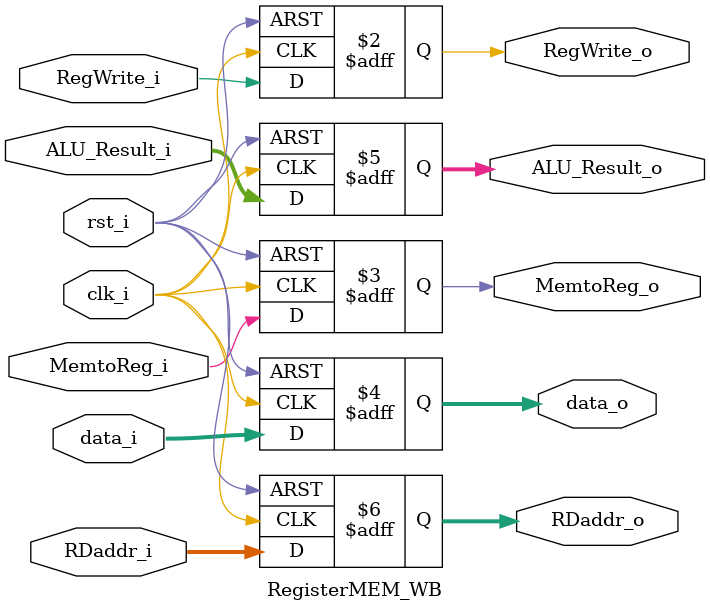
<source format=v>
module RegisterMEM_WB(
	clk_i      ,
    rst_i,
    RegWrite_i ,
    MemtoReg_i  ,

    RegWrite_o ,
    MemtoReg_o  ,

    data_i ,
    ALU_Result_i ,
	RDaddr_i   ,
	
    data_o ,
    ALU_Result_o ,
	RDaddr_o
);

input clk_i;
input rst_i;
input RegWrite_i, MemtoReg_i;
output reg RegWrite_o, MemtoReg_o;

input [31:0] data_i, ALU_Result_i;
output reg [31:0] data_o, ALU_Result_o;
input       [4:0]     RDaddr_i;
output reg  [4:0]     RDaddr_o;

always @(posedge clk_i or posedge rst_i) begin
    if(rst_i) begin
         RegWrite_o  <= 1'b0;
     MemtoReg_o  <= 1'b0;
     ALU_Result_o  <= 32'b0;
     data_o  <= 32'b0;
     RDaddr_o  <= 5'b0;
    end  
    else begin
        RegWrite_o <= RegWrite_i; 
        MemtoReg_o <= MemtoReg_i;
        data_o <= data_i;
        ALU_Result_o <= ALU_Result_i;
        RDaddr_o <= RDaddr_i;
    end
end

endmodule

</source>
